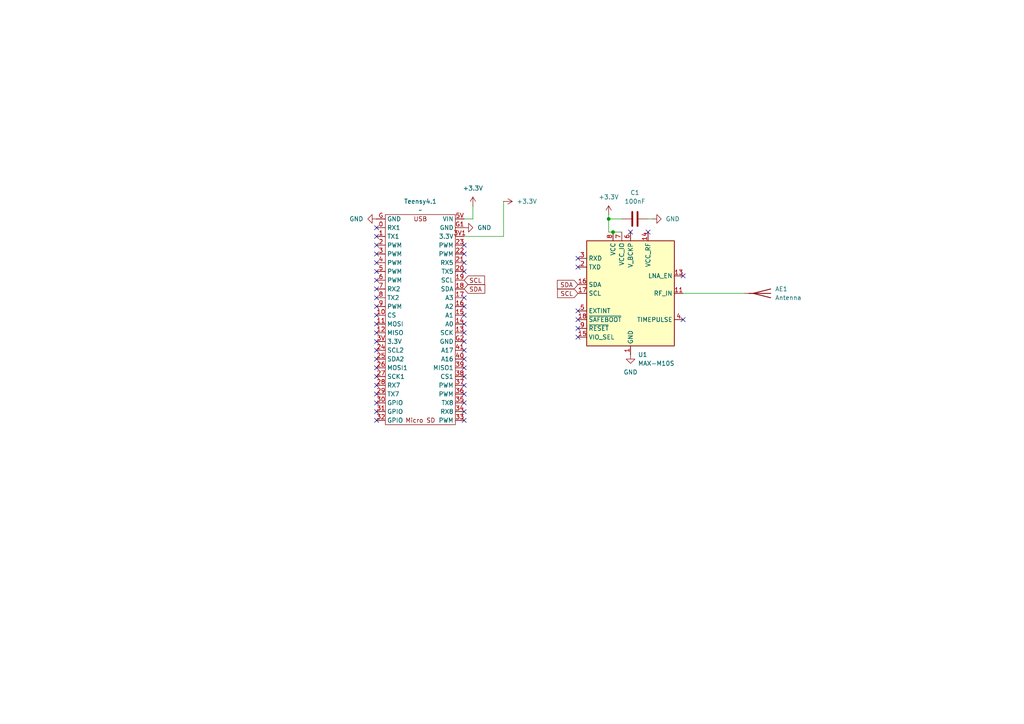
<source format=kicad_sch>
(kicad_sch (version 20250114) (generator "eeschema") (generator_version "9.0")
  (paper "A4")
  (lib_symbols
    (symbol "Device:Antenna" (pin_numbers (hide yes)) (pin_names (offset 1.016) (hide yes))
      (property "Reference" "AE" (at -1.905 1.905 0))
      (property "Value" "Antenna" (at -1.905 0 0))
      (symbol "Antenna_0_1"
        (polyline (pts (xy 0 2.54) (xy 0 -3.81)) (stroke (width 0.254)))
        (polyline (pts (xy 1.27 2.54) (xy 0 -2.54) (xy -1.27 2.54)) (stroke (width 0.254)))
      )
      (symbol "Antenna_1_1"
        (pin input line (at 0 -5.08 90) (length 2.54) (name "A") (number "1"))
      )
    )
    (symbol "Device:C" (pin_numbers (hide yes)) (pin_names (offset 0.254))
      (property "Reference" "C" (at 0.635 2.54 0))
      (property "Value" "C" (at 0.635 -2.54 0))
      (symbol "C_0_1"
        (polyline (pts (xy -2.032 0.762) (xy 2.032 0.762)) (stroke (width 0.508)))
        (polyline (pts (xy -2.032 -0.762) (xy 2.032 -0.762)) (stroke (width 0.508)))
      )
      (symbol "C_1_1"
        (pin passive line (at 0 3.81 270) (length 2.794) (name "~") (number "1"))
        (pin passive line (at 0 -3.81 90) (length 2.794) (name "~") (number "2"))
      )
    )
    (symbol "RF_GPS:MAX-M10S"
      (property "Reference" "U" (at -10.16 16.51 0))
      (property "Value" "MAX-M10S" (at 11.43 16.51 0))
      (symbol "MAX-M10S_0_1"
        (rectangle (start 12.7 15.24) (end -12.7 -15.24) (stroke (width 0.254)) (fill (type background)))
      )
      (symbol "MAX-M10S_1_1"
        (pin input line (at -15.24 10.16 0) (length 2.54) (name "RXD") (number "3"))
        (pin output line (at -15.24 7.62 0) (length 2.54) (name "TXD") (number "2"))
        (pin bidirectional line (at -15.24 2.54 0) (length 2.54) (name "SDA") (number "16"))
        (pin input line (at -15.24 0 0) (length 2.54) (name "SCL") (number "17"))
        (pin input line (at -15.24 -5.08 0) (length 2.54) (name "EXTINT") (number "5"))
        (pin input line (at -15.24 -7.62 0) (length 2.54) (name "~{SAFEBOOT}") (number "18"))
        (pin input line (at -15.24 -10.16 0) (length 2.54) (name "~{RESET}") (number "9"))
        (pin input line (at -15.24 -12.7 0) (length 2.54) (name "VIO_SEL") (number "15"))
        (pin power_in line (at -5.08 17.78 270) (length 2.54) (name "VCC") (number "8"))
        (pin power_in line (at -2.54 17.78 270) (length 2.54) (name "VCC_IO") (number "7"))
        (pin power_in line (at 0 17.78 270) (length 2.54) (name "V_BCKP") (number "6"))
        (pin power_in line (at 0 -17.78 90) (length 2.54) (name "GND") (number "1"))
        (pin passive line (at 0 -17.78 90) (length 2.54) (hide yes) (name "GND") (number "10"))
        (pin passive line (at 0 -17.78 90) (length 2.54) (hide yes) (name "GND") (number "12"))
        (pin power_out line (at 5.08 17.78 270) (length 2.54) (name "VCC_RF") (number "14"))
        (pin output line (at 15.24 5.08 180) (length 2.54) (name "LNA_EN") (number "13"))
        (pin input line (at 15.24 0 180) (length 2.54) (name "RF_IN") (number "11"))
        (pin output line (at 15.24 -7.62 180) (length 2.54) (name "TIMEPULSE") (number "4"))
      )
    )
    (symbol "my-custom-library:Teensy4.1"
      (property "Reference" "Teensy4.1" (at 0 0 90))
      (symbol "Teensy4.1_0_1"
        (rectangle (start -10.16 30.48) (end 10.16 -30.48))
      )
      (symbol "Teensy4.1_1_1"
        (text "USB" (at 0 29.21 0) (effects (font (size 1.27 1.27))))
        (text "Micro SD" (at 0 -29.21 0) (effects (font (size 1.27 1.27))))
        (pin input line (at -12.7 29.21 0) (length 2.54) (name "GND") (number "G"))
        (pin input line (at -12.7 26.67 0) (length 2.54) (name "RX1") (number "0"))
        (pin input line (at -12.7 24.13 0) (length 2.54) (name "TX1") (number "1"))
        (pin input line (at -12.7 21.59 0) (length 2.54) (name "PWM") (number "2"))
        (pin input line (at -12.7 19.05 0) (length 2.54) (name "PWM") (number "3"))
        (pin input line (at -12.7 16.51 0) (length 2.54) (name "PWM") (number "4"))
        (pin input line (at -12.7 13.97 0) (length 2.54) (name "PWM") (number "5"))
        (pin input line (at -12.7 11.43 0) (length 2.54) (name "PWM") (number "6"))
        (pin input line (at -12.7 8.89 0) (length 2.54) (name "RX2") (number "7"))
        (pin input line (at -12.7 6.35 0) (length 2.54) (name "TX2") (number "8"))
        (pin input line (at -12.7 3.81 0) (length 2.54) (name "PWM") (number "9"))
        (pin input line (at -12.7 1.27 0) (length 2.54) (name "CS") (number "10"))
        (pin input line (at -12.7 -1.27 0) (length 2.54) (name "MOSI") (number "11"))
        (pin input line (at -12.7 -3.81 0) (length 2.54) (name "MISO") (number "12"))
        (pin input line (at -12.7 -6.35 0) (length 2.54) (name "3.3V") (number "3V"))
        (pin input line (at -12.7 -8.89 0) (length 2.54) (name "SCL2") (number "24"))
        (pin input line (at -12.7 -11.43 0) (length 2.54) (name "SDA2") (number "25"))
        (pin input line (at -12.7 -13.97 0) (length 2.54) (name "MOSI1") (number "26"))
        (pin input line (at -12.7 -16.51 0) (length 2.54) (name "SCK1") (number "27"))
        (pin input line (at -12.7 -19.05 0) (length 2.54) (name "RX7") (number "28"))
        (pin input line (at -12.7 -21.59 0) (length 2.54) (name "TX7") (number "29"))
        (pin input line (at -12.7 -24.13 0) (length 2.54) (name "GPIO") (number "30"))
        (pin input line (at -12.7 -26.67 0) (length 2.54) (name "GPIO") (number "31"))
        (pin input line (at -12.7 -29.21 0) (length 2.54) (name "GPIO") (number "32"))
        (pin input line (at 12.7 29.21 180) (length 2.54) (name "VIN") (number "5V"))
        (pin input line (at 12.7 26.67 180) (length 2.54) (name "GND") (number "G1"))
        (pin input line (at 12.7 24.13 180) (length 2.54) (name "3.3V") (number "3V1"))
        (pin input line (at 12.7 21.59 180) (length 2.54) (name "PWM") (number "23"))
        (pin input line (at 12.7 19.05 180) (length 2.54) (name "PWM") (number "22"))
        (pin input line (at 12.7 16.51 180) (length 2.54) (name "RX5") (number "21"))
        (pin input line (at 12.7 13.97 180) (length 2.54) (name "TX5") (number "20"))
        (pin input line (at 12.7 11.43 180) (length 2.54) (name "SCL") (number "19"))
        (pin input line (at 12.7 8.89 180) (length 2.54) (name "SDA") (number "18"))
        (pin input line (at 12.7 6.35 180) (length 2.54) (name "A3") (number "17"))
        (pin input line (at 12.7 3.81 180) (length 2.54) (name "A2") (number "16"))
        (pin input line (at 12.7 1.27 180) (length 2.54) (name "A1") (number "15"))
        (pin input line (at 12.7 -1.27 180) (length 2.54) (name "A0") (number "14"))
        (pin input line (at 12.7 -3.81 180) (length 2.54) (name "SCK") (number "13"))
        (pin input line (at 12.7 -6.35 180) (length 2.54) (name "GND") (number "G2"))
        (pin input line (at 12.7 -8.89 180) (length 2.54) (name "A17") (number "41"))
        (pin input line (at 12.7 -11.43 180) (length 2.54) (name "A16") (number "40"))
        (pin input line (at 12.7 -13.97 180) (length 2.54) (name "MISO1") (number "39"))
        (pin input line (at 12.7 -16.51 180) (length 2.54) (name "CS1") (number "38"))
        (pin input line (at 12.7 -19.05 180) (length 2.54) (name "PWM") (number "37"))
        (pin input line (at 12.7 -21.59 180) (length 2.54) (name "PWM") (number "36"))
        (pin input line (at 12.7 -24.13 180) (length 2.54) (name "TX8") (number "35"))
        (pin input line (at 12.7 -26.67 180) (length 2.54) (name "RX8") (number "34"))
        (pin input line (at 12.7 -29.21 180) (length 2.54) (name "PWM") (number "33"))
      )
    )
    (symbol "power:+3.3V" (power) (pin_numbers (hide yes)) (pin_names (offset 0) (hide yes))
      (property "Value" "+3.3V" (at 0 3.556 0))
      (symbol "+3.3V_0_1"
        (polyline (pts (xy -0.762 1.27) (xy 0 2.54)))
        (polyline (pts (xy 0 2.54) (xy 0.762 1.27)))
        (polyline (pts (xy 0 0) (xy 0 2.54)))
      )
      (symbol "+3.3V_1_1"
        (pin power_in line (at 0 0 90) (length 0) (name "~") (number "1"))
      )
    )
    (symbol "power:GND" (power) (pin_numbers (hide yes)) (pin_names (offset 0) (hide yes))
      (property "Value" "GND" (at 0 -3.81 0))
      (symbol "GND_0_1"
        (polyline (pts (xy 0 0) (xy 0 -1.27) (xy 1.27 -1.27) (xy 0 -2.54) (xy -1.27 -1.27) (xy 0 -1.27)))
      )
      (symbol "GND_1_1"
        (pin power_in line (at 0 0 270) (length 0) (name "~") (number "1"))
      )
    )
  )
  (junction (at 177.8 67.31))
  (junction (at 176.53 63.5))
  (no_connect (at 134.62 88.9))
  (no_connect (at 187.96 67.31))
  (no_connect (at 109.22 88.9))
  (no_connect (at 198.12 92.71))
  (no_connect (at 109.22 104.14))
  (no_connect (at 134.62 104.14))
  (no_connect (at 109.22 116.84))
  (no_connect (at 167.64 92.71))
  (no_connect (at 109.22 96.52))
  (no_connect (at 109.22 73.66))
  (no_connect (at 109.22 99.06))
  (no_connect (at 109.22 86.36))
  (no_connect (at 109.22 78.74))
  (no_connect (at 109.22 111.76))
  (no_connect (at 182.88 67.31))
  (no_connect (at 167.64 97.79))
  (no_connect (at 134.62 96.52))
  (no_connect (at 134.62 121.92))
  (no_connect (at 109.22 93.98))
  (no_connect (at 109.22 119.38))
  (no_connect (at 167.64 90.17))
  (no_connect (at 109.22 68.58))
  (no_connect (at 134.62 111.76))
  (no_connect (at 134.62 106.68))
  (no_connect (at 109.22 121.92))
  (no_connect (at 109.22 83.82))
  (no_connect (at 167.64 77.47))
  (no_connect (at 134.62 116.84))
  (no_connect (at 109.22 106.68))
  (no_connect (at 109.22 114.3))
  (no_connect (at 109.22 109.22))
  (no_connect (at 167.64 74.93))
  (no_connect (at 134.62 119.38))
  (no_connect (at 134.62 71.12))
  (no_connect (at 134.62 76.2))
  (no_connect (at 134.62 93.98))
  (no_connect (at 109.22 76.2))
  (no_connect (at 134.62 114.3))
  (no_connect (at 134.62 86.36))
  (no_connect (at 134.62 73.66))
  (no_connect (at 109.22 101.6))
  (no_connect (at 109.22 91.44))
  (no_connect (at 134.62 99.06))
  (no_connect (at 134.62 101.6))
  (no_connect (at 167.64 95.25))
  (no_connect (at 134.62 109.22))
  (no_connect (at 134.62 91.44))
  (no_connect (at 134.62 78.74))
  (no_connect (at 109.22 81.28))
  (no_connect (at 109.22 66.04))
  (no_connect (at 109.22 71.12))
  (no_connect (at 198.12 80.01))
  (wire (pts (xy 137.16 59.69) (xy 137.16 63.5)))
  (wire (pts (xy 176.53 63.5) (xy 176.53 67.31)))
  (wire (pts (xy 198.12 85.09) (xy 215.9 85.09)))
  (wire (pts (xy 146.05 68.58) (xy 134.62 68.58)))
  (wire (pts (xy 187.96 63.5) (xy 189.23 63.5)))
  (wire (pts (xy 146.05 58.42) (xy 146.05 68.58)))
  (wire (pts (xy 176.53 62.23) (xy 176.53 63.5)))
  (wire (pts (xy 180.34 63.5) (xy 176.53 63.5)))
  (wire (pts (xy 177.8 67.31) (xy 180.34 67.31)))
  (wire (pts (xy 137.16 63.5) (xy 134.62 63.5)))
  (wire (pts (xy 176.53 67.31) (xy 177.8 67.31)))
  (global_label "SCL" (shape input) (at 134.62 81.28 0) (property "Intersheetrefs" "${INTERSHEET_REFS}" (effects (hide yes))))
  (global_label "SCL" (shape input) (at 167.64 85.09 180) (property "Intersheetrefs" "${INTERSHEET_REFS}" (effects (hide yes))))
  (global_label "SDA" (shape input) (at 134.62 83.82 0) (property "Intersheetrefs" "${INTERSHEET_REFS}" (effects (hide yes))))
  (global_label "SDA" (shape input) (at 167.64 82.55 180) (property "Intersheetrefs" "${INTERSHEET_REFS}" (effects (hide yes))))
  (symbol (lib_id "power:GND") (at 182.88 102.87 0) (unit 1)
    (property "Reference" "#PWR06" (effects (hide yes)))
    (property "Value" "GND" (at 182.88 107.95 0))
    (property "Description" "Power symbol creates a global label with name \"GND\" , ground" (effects (hide yes)))
  )
  (symbol (lib_id "power:GND") (at 109.22 63.5 270) (unit 1)
    (property "Reference" "#PWR07" (effects (hide yes)))
    (property "Value" "GND" (at 105.41 63.4999 90) (effects (justify right)))
    (property "Description" "Power symbol creates a global label with name \"GND\" , ground" (effects (hide yes)))
  )
  (symbol (lib_id "power:+3.3V") (at 137.16 59.69 0) (unit 1)
    (property "Reference" "#PWR05" (effects (hide yes)))
    (property "Value" "+3.3V" (at 137.16 54.61 0))
    (property "Description" "Power symbol creates a global label with name \"+3.3V\"" (effects (hide yes)))
  )
  (symbol (lib_id "Device:C") (at 184.15 63.5 90) (unit 1)
    (property "Reference" "C1" (at 184.15 55.88 90))
    (property "Value" "100nF" (at 184.15 58.42 90))
    (property "Footprint" "Capacitor_SMD:C_0805_2012Metric" (effects (hide yes)))
    (property "Description" "Unpolarized capacitor" (effects (hide yes)))
  )
  (symbol (lib_id "RF_GPS:MAX-M10S") (at 182.88 85.09 0) (unit 1)
    (property "Reference" "U1" (at 185.0233 102.87 0) (effects (justify left)))
    (property "Value" "MAX-M10S" (at 185.0233 105.41 0) (effects (justify left)))
    (property "Footprint" "RF_GPS:ublox_MAX" (effects (hide yes)))
    (property "Datasheet" "https://content.u-blox.com/sites/default/files/MAX-M10S_DataSheet_UBX-20035208.pdf" (effects (hide yes)))
    (property "Description" "GNSS Module MAX M10, VCC 1.65V to 3.6V" (effects (hide yes)))
  )
  (symbol (lib_id "power:GND") (at 189.23 63.5 90) (unit 1)
    (property "Reference" "#PWR04" (effects (hide yes)))
    (property "Value" "GND" (at 193.04 63.4999 90) (effects (justify right)))
    (property "Description" "Power symbol creates a global label with name \"GND\" , ground" (effects (hide yes)))
  )
  (symbol (lib_id "power:GND") (at 134.62 66.04 90) (unit 1)
    (property "Reference" "#PWR01" (effects (hide yes)))
    (property "Value" "GND" (at 138.43 66.0399 90) (effects (justify right)))
    (property "Description" "Power symbol creates a global label with name \"GND\" , ground" (effects (hide yes)))
  )
  (symbol (lib_id "power:+3.3V") (at 176.53 62.23 0) (unit 1)
    (property "Reference" "#PWR02" (effects (hide yes)))
    (property "Value" "+3.3V" (at 176.53 57.15 0))
    (property "Description" "Power symbol creates a global label with name \"+3.3V\"" (effects (hide yes)))
  )
  (symbol (lib_id "power:+3.3V") (at 146.05 58.42 270) (unit 1)
    (property "Reference" "#PWR03" (effects (hide yes)))
    (property "Value" "+3.3V" (at 149.86 58.4199 90) (effects (justify left)))
    (property "Description" "Power symbol creates a global label with name \"+3.3V\"" (effects (hide yes)))
  )
  (symbol (lib_id "Device:Antenna") (at 220.98 85.09 270) (unit 1)
    (property "Reference" "AE1" (at 224.79 83.8199 90) (effects (justify left)))
    (property "Value" "Antenna" (at 224.79 86.3599 90) (effects (justify left)))
    (property "Description" "Antenna" (effects (hide yes)))
  )
  (symbol (lib_id "my-custom-library:Teensy4.1") (at 121.92 92.71 0) (unit 1)
    (property "Reference" "Teensy4.1" (at 121.92 58.42 0))
    (property "Value" "~" (at 121.92 60.96 0))
    (property "Footprint" "my_footprint_library:teensy" (effects (hide yes)))
  )
)
</source>
